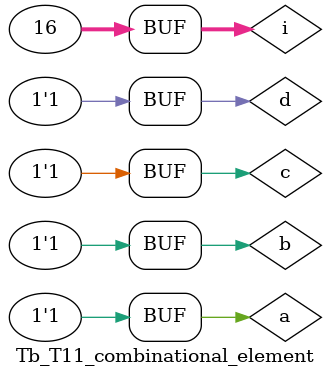
<source format=v>

module T11_combinational_element_alwaysBlock (
    input a, b, c, d,
    output reg o);

    always @(a or b or c or d) begin
        o <= ~((a & b) | (c ^ d));
    end
    
endmodule

module T11_combinational_element(
    input a, b, c, d,
    output o);

    assign o = ~((a & b) | (c ^ d));
    
endmodule
 
module Tb_T11_combinational_element_alwaysBlock;

    reg a, b, c, d;
    wire o;

    integer i;

    T11_combinational_element_alwaysBlock Tb(.a(a), .b(b), .c(c), .d(d), .o(o));

    initial begin
        a <= 0;
        b <= 0;
        c <= 0;
        d <= 0;

        $monitor("a :%0b b :%0b c :%0b d :%0b o :%0b", a, b, c, d, o);

        for (i = 0; i < 16; i = i +1) begin
            {a, b, c, d} = i;
            #10;
        end
    end
endmodule


module Tb_T11_combinational_element;

    reg a, b, c, d;
    wire o;

    integer i;

    T11_combinational_element Tb(.a(a), .b(b), .c(c), .d(d), .o(o));

    initial begin
        a <= 0;
        b <= 0;
        c <= 0;
        d <= 0;

        $monitor("a :%0b b :%0b c :%0b d :%0b o :%0b", a, b, c, d, o);

        for (i = 0; i < 16; i = i +1) begin
            {a, b, c, d} = i;
            #10;
        end
    end    
endmodule

</source>
